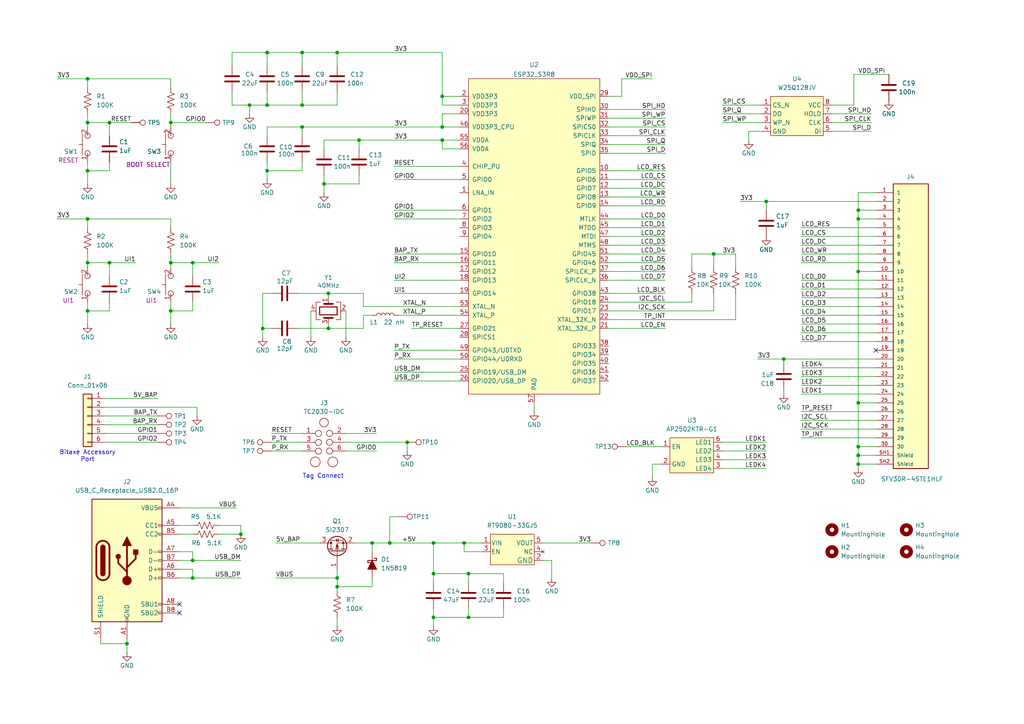
<source format=kicad_sch>
(kicad_sch (version 20231120) (generator "eeschema") (generator_version "8.0")
  (paper "A4")
  (title_block (title "Bitaxe ESP-OLED") (rev "0.1"))
  (junction (at 87.63 30.48))
  (junction (at 25.4 90.17))
  (junction (at 72.39 30.48))
  (junction (at 25.4 63.5))
  (junction (at 31.75 76.2))
  (junction (at 55.88 167.64))
  (junction (at 107.95 157.48))
  (junction (at 77.47 15.24))
  (junction (at 104.14 40.64))
  (junction (at 36.83 186.69))
  (junction (at 125.73 157.48))
  (junction (at 135.89 166.37))
  (junction (at 113.03 157.48))
  (junction (at 55.88 76.2))
  (junction (at 55.88 162.56))
  (junction (at 25.4 35.56))
  (junction (at 125.73 179.07))
  (junction (at 97.79 170.18))
  (junction (at 76.2 95.25))
  (junction (at 248.92 63.5))
  (junction (at 69.85 154.94))
  (junction (at 248.92 78.74))
  (junction (at 248.92 134.62))
  (junction (at 128.27 40.64))
  (junction (at 93.98 53.34))
  (junction (at 77.47 49.53))
  (junction (at 95.25 95.25))
  (junction (at 49.53 90.17))
  (junction (at 125.73 166.37))
  (junction (at 227.33 104.14))
  (junction (at 25.4 76.2))
  (junction (at 49.53 35.56))
  (junction (at 248.92 129.54))
  (junction (at 49.53 76.2))
  (junction (at 222.25 58.42))
  (junction (at 134.62 157.48))
  (junction (at 87.63 15.24))
  (junction (at 95.25 85.09))
  (junction (at 97.79 15.24))
  (junction (at 25.4 49.53))
  (junction (at 248.92 116.84))
  (junction (at 248.92 132.08))
  (junction (at 87.63 36.83))
  (junction (at 77.47 30.48))
  (junction (at 207.01 73.66))
  (junction (at 128.27 36.83))
  (junction (at 135.89 179.07))
  (junction (at 118.11 128.27))
  (junction (at 248.92 60.96))
  (junction (at 25.4 22.86))
  (junction (at 128.27 27.94))
  (junction (at 97.79 167.64))
  (junction (at 31.75 35.56))
  (no_connect (at 52.07 177.8))
  (no_connect (at 52.07 175.26))
  (no_connect (at 254 101.6))
  (wire (pts (xy 248.92 132.08) (xy 254 132.08)))
  (wire (pts (xy 55.88 80.01) (xy 55.88 76.2)))
  (wire (pts (xy 241.3 38.1) (xy 252.73 38.1)))
  (wire (pts (xy 232.41 121.92) (xy 254 121.92)))
  (wire (pts (xy 128.27 43.18) (xy 128.27 40.64)))
  (wire (pts (xy 97.79 15.24) (xy 128.27 15.24)))
  (wire (pts (xy 30.48 123.19) (xy 45.72 123.19)))
  (wire (pts (xy 25.4 46.99) (xy 25.4 49.53)))
  (wire (pts (xy 57.15 118.11) (xy 57.15 120.65)))
  (wire (pts (xy 248.92 134.62) (xy 248.92 135.89)))
  (wire (pts (xy 55.88 167.64) (xy 69.85 167.64)))
  (wire (pts (xy 180.34 22.86) (xy 189.23 22.86)))
  (wire (pts (xy 87.63 15.24) (xy 87.63 19.05)))
  (wire (pts (xy 248.92 78.74) (xy 248.92 116.84)))
  (wire (pts (xy 115.57 91.44) (xy 133.35 91.44)))
  (wire (pts (xy 86.36 85.09) (xy 95.25 85.09)))
  (wire (pts (xy 69.85 152.4) (xy 69.85 154.94)))
  (wire (pts (xy 115.57 149.86) (xy 113.03 149.86)))
  (wire (pts (xy 29.21 186.69) (xy 36.83 186.69)))
  (wire (pts (xy 189.23 134.62) (xy 189.23 138.43)))
  (wire (pts (xy 248.92 60.96) (xy 248.92 63.5)))
  (wire (pts (xy 176.53 71.12) (xy 193.04 71.12)))
  (wire (pts (xy 31.75 46.99) (xy 31.75 49.53)))
  (wire (pts (xy 133.35 40.64) (xy 128.27 40.64)))
  (wire (pts (xy 125.73 157.48) (xy 134.62 157.48)))
  (wire (pts (xy 87.63 36.83) (xy 87.63 39.37)))
  (wire (pts (xy 25.4 49.53) (xy 25.4 53.34)))
  (wire (pts (xy 176.53 90.17) (xy 207.01 90.17)))
  (wire (pts (xy 55.88 90.17) (xy 49.53 90.17)))
  (wire (pts (xy 209.55 33.02) (xy 220.98 33.02)))
  (wire (pts (xy 209.55 30.48) (xy 220.98 30.48)))
  (wire (pts (xy 146.05 179.07) (xy 135.89 179.07)))
  (wire (pts (xy 209.55 130.81) (xy 222.25 130.81)))
  (wire (pts (xy 95.25 93.98) (xy 95.25 95.25)))
  (wire (pts (xy 241.3 33.02) (xy 252.73 33.02)))
  (wire (pts (xy 128.27 15.24) (xy 128.27 27.94)))
  (wire (pts (xy 176.53 27.94) (xy 180.34 27.94)))
  (wire (pts (xy 97.79 179.07) (xy 97.79 181.61)))
  (wire (pts (xy 97.79 15.24) (xy 97.79 19.05)))
  (wire (pts (xy 49.53 35.56) (xy 59.69 35.56)))
  (wire (pts (xy 107.95 157.48) (xy 113.03 157.48)))
  (wire (pts (xy 72.39 30.48) (xy 72.39 33.02)))
  (wire (pts (xy 209.55 128.27) (xy 222.25 128.27)))
  (wire (pts (xy 114.3 76.2) (xy 133.35 76.2)))
  (wire (pts (xy 87.63 49.53) (xy 77.47 49.53)))
  (wire (pts (xy 232.41 83.82) (xy 254 83.82)))
  (wire (pts (xy 114.3 85.09) (xy 133.35 85.09)))
  (wire (pts (xy 52.07 147.32) (xy 68.58 147.32)))
  (wire (pts (xy 176.53 31.75) (xy 193.04 31.75)))
  (wire (pts (xy 107.95 167.64) (xy 107.95 170.18)))
  (wire (pts (xy 207.01 73.66) (xy 213.36 73.66)))
  (wire (pts (xy 248.92 78.74) (xy 254 78.74)))
  (wire (pts (xy 135.89 176.53) (xy 135.89 179.07)))
  (wire (pts (xy 55.88 162.56) (xy 69.85 162.56)))
  (wire (pts (xy 49.53 46.99) (xy 49.53 53.34)))
  (wire (pts (xy 232.41 114.3) (xy 254 114.3)))
  (wire (pts (xy 76.2 85.09) (xy 76.2 95.25)))
  (wire (pts (xy 25.4 63.5) (xy 25.4 66.04)))
  (wire (pts (xy 157.48 157.48) (xy 171.45 157.48)))
  (wire (pts (xy 78.74 85.09) (xy 76.2 85.09)))
  (wire (pts (xy 200.66 77.47) (xy 200.66 73.66)))
  (wire (pts (xy 25.4 35.56) (xy 25.4 36.83)))
  (wire (pts (xy 209.55 135.89) (xy 222.25 135.89)))
  (wire (pts (xy 176.53 73.66) (xy 193.04 73.66)))
  (wire (pts (xy 200.66 73.66) (xy 207.01 73.66)))
  (wire (pts (xy 213.36 92.71) (xy 213.36 85.09)))
  (wire (pts (xy 176.53 39.37) (xy 193.04 39.37)))
  (wire (pts (xy 77.47 49.53) (xy 77.47 46.99)))
  (wire (pts (xy 135.89 166.37) (xy 125.73 166.37)))
  (wire (pts (xy 77.47 15.24) (xy 77.47 19.05)))
  (wire (pts (xy 107.95 170.18) (xy 97.79 170.18)))
  (wire (pts (xy 104.14 53.34) (xy 93.98 53.34)))
  (wire (pts (xy 146.05 176.53) (xy 146.05 179.07)))
  (wire (pts (xy 72.39 30.48) (xy 77.47 30.48)))
  (wire (pts (xy 55.88 167.64) (xy 55.88 165.1)))
  (wire (pts (xy 31.75 87.63) (xy 31.75 90.17)))
  (wire (pts (xy 87.63 26.67) (xy 87.63 30.48)))
  (wire (pts (xy 63.5 152.4) (xy 69.85 152.4)))
  (wire (pts (xy 134.62 160.02) (xy 134.62 157.48)))
  (wire (pts (xy 213.36 73.66) (xy 213.36 77.47)))
  (wire (pts (xy 248.92 129.54) (xy 248.92 132.08)))
  (wire (pts (xy 222.25 58.42) (xy 222.25 60.96)))
  (wire (pts (xy 176.53 54.61) (xy 193.04 54.61)))
  (wire (pts (xy 97.79 170.18) (xy 97.79 171.45)))
  (wire (pts (xy 128.27 33.02) (xy 133.35 33.02)))
  (wire (pts (xy 113.03 149.86) (xy 113.03 157.48)))
  (wire (pts (xy 90.17 90.17) (xy 90.17 97.79)))
  (wire (pts (xy 176.53 81.28) (xy 193.04 81.28)))
  (wire (pts (xy 100.33 125.73) (xy 109.22 125.73)))
  (wire (pts (xy 29.21 185.42) (xy 29.21 186.69)))
  (wire (pts (xy 232.41 88.9) (xy 254 88.9)))
  (wire (pts (xy 78.74 130.81) (xy 87.63 130.81)))
  (wire (pts (xy 241.3 30.48) (xy 247.65 30.48)))
  (wire (pts (xy 31.75 90.17) (xy 25.4 90.17)))
  (wire (pts (xy 31.75 80.01) (xy 31.75 76.2)))
  (wire (pts (xy 16.51 63.5) (xy 25.4 63.5)))
  (wire (pts (xy 232.41 71.12) (xy 254 71.12)))
  (wire (pts (xy 139.7 160.02) (xy 134.62 160.02)))
  (wire (pts (xy 104.14 50.8) (xy 104.14 53.34)))
  (wire (pts (xy 219.71 104.14) (xy 227.33 104.14)))
  (wire (pts (xy 31.75 35.56) (xy 38.1 35.56)))
  (wire (pts (xy 232.41 66.04) (xy 254 66.04)))
  (wire (pts (xy 36.83 185.42) (xy 36.83 186.69)))
  (wire (pts (xy 76.2 95.25) (xy 76.2 97.79)))
  (wire (pts (xy 128.27 27.94) (xy 128.27 30.48)))
  (wire (pts (xy 25.4 33.02) (xy 25.4 35.56)))
  (wire (pts (xy 69.85 154.94) (xy 63.5 154.94)))
  (wire (pts (xy 93.98 40.64) (xy 93.98 43.18)))
  (wire (pts (xy 176.53 57.15) (xy 193.04 57.15)))
  (wire (pts (xy 52.07 160.02) (xy 55.88 160.02)))
  (wire (pts (xy 227.33 104.14) (xy 254 104.14)))
  (wire (pts (xy 128.27 30.48) (xy 133.35 30.48)))
  (wire (pts (xy 55.88 76.2) (xy 63.5 76.2)))
  (wire (pts (xy 114.3 52.07) (xy 133.35 52.07)))
  (wire (pts (xy 133.35 43.18) (xy 128.27 43.18)))
  (wire (pts (xy 114.3 101.6) (xy 133.35 101.6)))
  (wire (pts (xy 52.07 154.94) (xy 55.88 154.94)))
  (wire (pts (xy 30.48 115.57) (xy 45.72 115.57)))
  (wire (pts (xy 104.14 40.64) (xy 104.14 43.18)))
  (wire (pts (xy 119.38 95.25) (xy 133.35 95.25)))
  (wire (pts (xy 134.62 157.48) (xy 139.7 157.48)))
  (wire (pts (xy 154.94 116.84) (xy 154.94 119.38)))
  (wire (pts (xy 114.3 73.66) (xy 133.35 73.66)))
  (wire (pts (xy 232.41 124.46) (xy 254 124.46)))
  (wire (pts (xy 67.31 30.48) (xy 72.39 30.48)))
  (wire (pts (xy 125.73 166.37) (xy 125.73 168.91)))
  (wire (pts (xy 49.53 73.66) (xy 49.53 76.2)))
  (wire (pts (xy 232.41 127) (xy 254 127)))
  (wire (pts (xy 248.92 116.84) (xy 254 116.84)))
  (wire (pts (xy 97.79 165.1) (xy 97.79 167.64)))
  (wire (pts (xy 247.65 30.48) (xy 247.65 21.59)))
  (wire (pts (xy 105.41 91.44) (xy 105.41 95.25)))
  (wire (pts (xy 135.89 166.37) (xy 135.89 168.91)))
  (wire (pts (xy 67.31 26.67) (xy 67.31 30.48)))
  (wire (pts (xy 49.53 35.56) (xy 49.53 36.83)))
  (wire (pts (xy 232.41 93.98) (xy 254 93.98)))
  (wire (pts (xy 114.3 110.49) (xy 133.35 110.49)))
  (wire (pts (xy 176.53 66.04) (xy 193.04 66.04)))
  (wire (pts (xy 176.53 63.5) (xy 193.04 63.5)))
  (wire (pts (xy 49.53 33.02) (xy 49.53 35.56)))
  (wire (pts (xy 95.25 95.25) (xy 105.41 95.25)))
  (wire (pts (xy 232.41 119.38) (xy 254 119.38)))
  (wire (pts (xy 49.53 22.86) (xy 25.4 22.86)))
  (wire (pts (xy 93.98 53.34) (xy 93.98 55.88)))
  (wire (pts (xy 180.34 27.94) (xy 180.34 22.86)))
  (wire (pts (xy 16.51 22.86) (xy 25.4 22.86)))
  (wire (pts (xy 248.92 132.08) (xy 248.92 134.62)))
  (wire (pts (xy 25.4 90.17) (xy 25.4 93.98)))
  (wire (pts (xy 248.92 134.62) (xy 254 134.62)))
  (wire (pts (xy 125.73 157.48) (xy 125.73 166.37)))
  (wire (pts (xy 232.41 81.28) (xy 254 81.28)))
  (wire (pts (xy 104.14 40.64) (xy 93.98 40.64)))
  (wire (pts (xy 232.41 86.36) (xy 254 86.36)))
  (wire (pts (xy 93.98 53.34) (xy 93.98 50.8)))
  (wire (pts (xy 176.53 41.91) (xy 193.04 41.91)))
  (wire (pts (xy 95.25 85.09) (xy 95.25 86.36)))
  (wire (pts (xy 114.3 63.5) (xy 133.35 63.5)))
  (wire (pts (xy 232.41 76.2) (xy 254 76.2)))
  (wire (pts (xy 191.77 134.62) (xy 189.23 134.62)))
  (wire (pts (xy 31.75 76.2) (xy 25.4 76.2)))
  (wire (pts (xy 248.92 129.54) (xy 254 129.54)))
  (wire (pts (xy 114.3 104.14) (xy 133.35 104.14)))
  (wire (pts (xy 31.75 76.2) (xy 39.37 76.2)))
  (wire (pts (xy 55.88 87.63) (xy 55.88 90.17)))
  (wire (pts (xy 176.53 87.63) (xy 200.66 87.63)))
  (wire (pts (xy 114.3 107.95) (xy 133.35 107.95)))
  (wire (pts (xy 160.02 162.56) (xy 160.02 167.64)))
  (wire (pts (xy 135.89 179.07) (xy 125.73 179.07)))
  (wire (pts (xy 209.55 133.35) (xy 222.25 133.35)))
  (wire (pts (xy 49.53 76.2) (xy 55.88 76.2)))
  (wire (pts (xy 128.27 36.83) (xy 133.35 36.83)))
  (wire (pts (xy 97.79 167.64) (xy 97.79 170.18)))
  (wire (pts (xy 25.4 76.2) (xy 25.4 77.47)))
  (wire (pts (xy 176.53 59.69) (xy 193.04 59.69)))
  (wire (pts (xy 232.41 109.22) (xy 254 109.22)))
  (wire (pts (xy 232.41 68.58) (xy 254 68.58)))
  (wire (pts (xy 49.53 25.4) (xy 49.53 22.86)))
  (wire (pts (xy 114.3 48.26) (xy 133.35 48.26)))
  (wire (pts (xy 176.53 95.25) (xy 193.04 95.25)))
  (wire (pts (xy 176.53 49.53) (xy 193.04 49.53)))
  (wire (pts (xy 220.98 38.1) (xy 217.17 38.1)))
  (wire (pts (xy 114.3 81.28) (xy 133.35 81.28)))
  (wire (pts (xy 25.4 73.66) (xy 25.4 76.2)))
  (wire (pts (xy 232.41 99.06) (xy 254 99.06)))
  (wire (pts (xy 31.75 49.53) (xy 25.4 49.53)))
  (wire (pts (xy 176.53 52.07) (xy 193.04 52.07)))
  (wire (pts (xy 77.47 30.48) (xy 87.63 30.48)))
  (wire (pts (xy 77.47 26.67) (xy 77.47 30.48)))
  (wire (pts (xy 30.48 125.73) (xy 45.72 125.73)))
  (wire (pts (xy 248.92 63.5) (xy 254 63.5)))
  (wire (pts (xy 100.33 128.27) (xy 118.11 128.27)))
  (wire (pts (xy 176.53 34.29) (xy 193.04 34.29)))
  (wire (pts (xy 30.48 120.65) (xy 45.72 120.65)))
  (wire (pts (xy 232.41 73.66) (xy 254 73.66)))
  (wire (pts (xy 157.48 162.56) (xy 160.02 162.56)))
  (wire (pts (xy 227.33 104.14) (xy 227.33 105.41)))
  (wire (pts (xy 49.53 66.04) (xy 49.53 63.5)))
  (wire (pts (xy 52.07 152.4) (xy 55.88 152.4)))
  (wire (pts (xy 248.92 116.84) (xy 248.92 129.54)))
  (wire (pts (xy 49.53 90.17) (xy 49.53 93.98)))
  (wire (pts (xy 107.95 157.48) (xy 107.95 160.02)))
  (wire (pts (xy 100.33 130.81) (xy 109.22 130.81)))
  (wire (pts (xy 125.73 176.53) (xy 125.73 179.07)))
  (wire (pts (xy 80.01 167.64) (xy 97.79 167.64)))
  (wire (pts (xy 31.75 39.37) (xy 31.75 35.56)))
  (wire (pts (xy 97.79 26.67) (xy 97.79 30.48)))
  (wire (pts (xy 87.63 46.99) (xy 87.63 49.53)))
  (wire (pts (xy 176.53 44.45) (xy 193.04 44.45)))
  (wire (pts (xy 222.25 58.42) (xy 254 58.42)))
  (wire (pts (xy 247.65 21.59) (xy 257.81 21.59)))
  (wire (pts (xy 176.53 36.83) (xy 193.04 36.83)))
  (wire (pts (xy 125.73 179.07) (xy 125.73 181.61)))
  (wire (pts (xy 118.11 128.27) (xy 118.11 130.81)))
  (wire (pts (xy 86.36 95.25) (xy 95.25 95.25)))
  (wire (pts (xy 232.41 106.68) (xy 254 106.68)))
  (wire (pts (xy 232.41 111.76) (xy 254 111.76)))
  (wire (pts (xy 176.53 76.2) (xy 193.04 76.2)))
  (wire (pts (xy 67.31 15.24) (xy 77.47 15.24)))
  (wire (pts (xy 100.33 90.17) (xy 100.33 97.79)))
  (wire (pts (xy 176.53 92.71) (xy 213.36 92.71)))
  (wire (pts (xy 207.01 73.66) (xy 207.01 77.47)))
  (wire (pts (xy 128.27 27.94) (xy 133.35 27.94)))
  (wire (pts (xy 52.07 165.1) (xy 55.88 165.1)))
  (wire (pts (xy 248.92 60.96) (xy 254 60.96)))
  (wire (pts (xy 113.03 157.48) (xy 125.73 157.48)))
  (wire (pts (xy 52.07 162.56) (xy 55.88 162.56)))
  (wire (pts (xy 105.41 88.9) (xy 105.41 85.09)))
  (wire (pts (xy 128.27 36.83) (xy 87.63 36.83)))
  (wire (pts (xy 78.74 128.27) (xy 87.63 128.27)))
  (wire (pts (xy 31.75 35.56) (xy 25.4 35.56)))
  (wire (pts (xy 146.05 166.37) (xy 135.89 166.37)))
  (wire (pts (xy 232.41 96.52) (xy 254 96.52)))
  (wire (pts (xy 176.53 78.74) (xy 193.04 78.74)))
  (wire (pts (xy 52.07 167.64) (xy 55.88 167.64)))
  (wire (pts (xy 25.4 22.86) (xy 25.4 25.4)))
  (wire (pts (xy 176.53 85.09) (xy 193.04 85.09)))
  (wire (pts (xy 77.47 36.83) (xy 77.47 39.37)))
  (wire (pts (xy 146.05 168.91) (xy 146.05 166.37)))
  (wire (pts (xy 49.53 63.5) (xy 25.4 63.5)))
  (wire (pts (xy 49.53 87.63) (xy 49.53 90.17)))
  (wire (pts (xy 104.14 40.64) (xy 128.27 40.64)))
  (wire (pts (xy 87.63 30.48) (xy 97.79 30.48)))
  (wire (pts (xy 207.01 90.17) (xy 207.01 85.09)))
  (wire (pts (xy 200.66 87.63) (xy 200.66 85.09)))
  (wire (pts (xy 80.01 157.48) (xy 92.71 157.48)))
  (wire (pts (xy 114.3 60.96) (xy 133.35 60.96)))
  (wire (pts (xy 77.47 49.53) (xy 77.47 52.07)))
  (wire (pts (xy 30.48 128.27) (xy 45.72 128.27)))
  (wire (pts (xy 128.27 33.02) (xy 128.27 36.83)))
  (wire (pts (xy 77.47 15.24) (xy 87.63 15.24)))
  (wire (pts (xy 232.41 91.44) (xy 254 91.44)))
  (wire (pts (xy 67.31 19.05) (xy 67.31 15.24)))
  (wire (pts (xy 102.87 157.48) (xy 107.95 157.48)))
  (wire (pts (xy 217.17 38.1) (xy 217.17 40.64)))
  (wire (pts (xy 55.88 162.56) (xy 55.88 160.02)))
  (wire (pts (xy 248.92 63.5) (xy 248.92 78.74)))
  (wire (pts (xy 176.53 68.58) (xy 193.04 68.58)))
  (wire (pts (xy 105.41 91.44) (xy 107.95 91.44)))
  (wire (pts (xy 181.61 129.54) (xy 191.77 129.54)))
  (wire (pts (xy 30.48 118.11) (xy 57.15 118.11)))
  (wire (pts (xy 254 55.88) (xy 248.92 55.88)))
  (wire (pts (xy 241.3 35.56) (xy 252.73 35.56)))
  (wire (pts (xy 227.33 113.03) (xy 227.33 114.3)))
  (wire (pts (xy 87.63 15.24) (xy 97.79 15.24)))
  (wire (pts (xy 76.2 95.25) (xy 78.74 95.25)))
  (wire (pts (xy 95.25 85.09) (xy 105.41 85.09)))
  (wire (pts (xy 209.55 35.56) (xy 220.98 35.56)))
  (wire (pts (xy 78.74 125.73) (xy 87.63 125.73)))
  (wire (pts (xy 87.63 36.83) (xy 77.47 36.83)))
  (wire (pts (xy 214.63 58.42) (xy 222.25 58.42)))
  (wire (pts (xy 49.53 76.2) (xy 49.53 77.47)))
  (wire (pts (xy 105.41 88.9) (xy 133.35 88.9)))
  (wire (pts (xy 36.83 186.69) (xy 36.83 189.23)))
  (wire (pts (xy 248.92 55.88) (xy 248.92 60.96)))
  (wire (pts (xy 25.4 87.63) (xy 25.4 90.17)))
  (text "Tag Connect" (at 93.726 138.176 0) (effects (font (size 1.27 1.27))))
  (text "Bitaxe Accessory\nPort" (at 25.4 132.334 0) (effects (font (size 1.27 1.27))))
  (label "RESET" (at 114.3 48.26 0))
  (label "LCD_D6" (at 232.41 96.52 0))
  (label "LEDK1" (at 232.41 114.3 0))
  (label "LEDK1" (at 222.25 128.27 180))
  (label "LCD_RD" (at 232.41 76.2 0))
  (label "USB_DM" (at 69.85 162.56 180))
  (label "SPI_HD" (at 193.04 31.75 180))
  (label "LCD_D4" (at 193.04 73.66 180))
  (label "LCD_CS" (at 193.04 52.07 180))
  (label "5V_BAP" (at 80.01 157.48 0))
  (label "GPIO1" (at 45.72 125.73 180))
  (label "LCD_D0" (at 232.41 81.28 0))
  (label "LCD_D1" (at 232.41 83.82 0))
  (label "BAP_TX" (at 45.72 120.65 180))
  (label "SPI_HD" (at 252.73 33.02 180))
  (label "UI1" (at 114.3 85.09 0))
  (label "GPIO2" (at 114.3 63.5 0))
  (label "GPIO1" (at 114.3 60.96 0))
  (label "USB_DP" (at 114.3 110.49 0))
  (label "LCD_RES" (at 232.41 66.04 0))
  (label "LEDK3" (at 222.25 133.35 180))
  (label "3V3" (at 16.51 63.5 0))
  (label "LCD_BLK" (at 193.04 85.09 180))
  (label "LCD_D6" (at 193.04 78.74 180))
  (label "5V_BAP" (at 45.72 115.57 180))
  (label "LCD_D5" (at 193.04 76.2 180))
  (label "XTAL_P" (at 116.84 91.44 0))
  (label "USB_DM" (at 114.3 107.95 0))
  (label "GPIO0" (at 59.69 35.56 180))
  (label "LCD_RD" (at 193.04 59.69 180))
  (label "LEDK2" (at 232.41 111.76 0))
  (label "GPIO0" (at 114.3 52.07 0))
  (label "LCD_D7" (at 193.04 81.28 180))
  (label "LCD_D5" (at 232.41 93.98 0))
  (label "LCD_RES" (at 193.04 49.53 180))
  (label "VDD_SPI" (at 189.23 22.86 180))
  (label "3V3" (at 118.11 40.64 180))
  (label "TP_INT" (at 232.41 127 0))
  (label "UI1" (at 39.37 76.2 180))
  (label "BAP_RX" (at 114.3 76.2 0))
  (label "LCD_D2" (at 193.04 68.58 180))
  (label "3V3" (at 109.22 125.73 180))
  (label "UI2" (at 63.5 76.2 180))
  (label "LEDK3" (at 232.41 109.22 0))
  (label "I2C_SCL" (at 193.04 87.63 180))
  (label "I2C_SCK" (at 232.41 124.46 0))
  (label "P_TX" (at 78.74 128.27 0))
  (label "3V3" (at 171.45 157.48 180))
  (label "VBUS" (at 80.01 167.64 0))
  (label "SPI_Q" (at 209.55 33.02 0))
  (label "LCD_WR" (at 193.04 57.15 180))
  (label "USB_DP" (at 69.85 167.64 180))
  (label "LCD_D3" (at 232.41 88.9 0))
  (label "LEDK4" (at 222.25 135.89 180))
  (label "GPIO0" (at 109.22 130.81 180))
  (label "VBUS" (at 68.58 147.32 180))
  (label "BAP_RX" (at 45.72 123.19 180))
  (label "SPI_CS" (at 209.55 30.48 0))
  (label "3V3" (at 118.11 36.83 180))
  (label "SPI_WP" (at 193.04 34.29 180))
  (label "SPI_D" (at 193.04 44.45 180))
  (label "SPI_CLK" (at 252.73 35.56 180))
  (label "3V3" (at 214.63 58.42 0))
  (label "LEDK2" (at 222.25 130.81 180))
  (label "XTAL_N" (at 116.84 88.9 0))
  (label "LCD_CS" (at 232.41 68.58 0))
  (label "I2C_SCK" (at 193.04 90.17 180))
  (label "SPI_CLK" (at 193.04 39.37 180))
  (label "3V3" (at 209.55 73.66 0))
  (label "I2C_SCL" (at 232.41 121.92 0))
  (label "LCD_WR" (at 232.41 73.66 0))
  (label "P_TX" (at 114.3 101.6 0))
  (label "TP_RESET" (at 119.38 95.25 0))
  (label "UI2" (at 114.3 81.28 0))
  (label "3V3" (at 219.71 104.14 0))
  (label "SPI_D" (at 252.73 38.1 180))
  (label "LCD_DC" (at 232.41 71.12 0))
  (label "3V3" (at 118.11 15.24 180))
  (label "VDD_SPI" (at 248.92 21.59 0))
  (label "LCD_EN" (at 193.04 95.25 180))
  (label "LCD_D4" (at 232.41 91.44 0))
  (label "BAP_TX" (at 114.3 73.66 0))
  (label "SPI_CS" (at 193.04 36.83 180))
  (label "RESET" (at 78.74 125.73 0))
  (label "LEDK4" (at 232.41 106.68 0))
  (label "RESET" (at 38.1 35.56 180))
  (label "LCD_D2" (at 232.41 86.36 0))
  (label "TP_RESET" (at 232.41 119.38 0))
  (label "+5V" (at 120.65 157.48 180))
  (label "3V3" (at 16.51 22.86 0))
  (label "GPIO2" (at 45.72 128.27 180))
  (label "LCD_D7" (at 232.41 99.06 0))
  (label "P_RX" (at 114.3 104.14 0))
  (label "LCD_DC" (at 193.04 54.61 180))
  (label "SPI_Q" (at 193.04 41.91 180))
  (label "TP_INT" (at 193.04 92.71 180))
  (label "SPI_WP" (at 209.55 35.56 0))
  (label "LCD_D1" (at 193.04 66.04 180))
  (label "LCD_D0" (at 193.04 63.5 180))
  (label "P_RX" (at 78.74 130.81 0))
  (label "LCD_BLK" (at 181.61 129.54 0))
  (label "LCD_D3" (at 193.04 71.12 180))
  (symbol (lib_id "Device:C") (at 31.75 83.82 0) (unit 1)
    (property "Reference" "C2" (at 34.544 81.788 0) (effects (justify left)))
    (property "Value" "1uF" (at 34.544 84.328 0) (effects (justify left)))
    (property "Footprint" "Capacitor_SMD:C_0402_1005Metric" (effects (hide yes)))
    (property "Description" "Unpolarized capacitor" (effects (hide yes)))
    (property "PARTNO" "EMK105BJ105MV-F" (effects (hide yes)))
    (property "DK" "587-5514-1-ND" (effects (hide yes)))
  )
  (symbol (lib_id "Connector_Generic:Conn_01x06") (at 25.4 120.65 0) (mirror y) (unit 1)
    (property "Reference" "J1" (at 25.4 109.22 0))
    (property "Value" "Conn_01x06" (at 25.4 111.76 0))
    (property "Footprint" "Connector_PinHeader_2.54mm:PinHeader_1x06_P2.54mm_Vertical" (effects (hide yes)))
    (property "Description" "Generic connector, single row, 01x06, script generated (kicad-library-utils/schlib/autogen/connector/)" (effects (hide yes)))
  )
  (symbol (lib_id "power:GND") (at 189.23 138.43 0) (unit 1)
    (property "Reference" "#PWR019" (effects (hide yes)))
    (property "Value" "GND" (at 189.23 142.24 0))
    (property "Description" "Power symbol creates a global label with name \"GND\" , ground" (effects (hide yes)))
  )
  (symbol (lib_id "bitaxe:AP2502KTR-G1") (at 200.66 132.08 0) (unit 1)
    (property "Reference" "U3" (at 200.66 121.92 0))
    (property "Value" "AP2502KTR-G1" (at 200.66 124.46 0))
    (property "Footprint" "Package_TO_SOT_SMD:SOT-23-6" (effects (hide yes)))
    (property "Datasheet" "https://www.diodes.com/assets/Datasheets/AP2502.pdf" (effects (hide yes)))
    (property "Description" "Current matching LED driver" (effects (hide yes)))
    (property "DK" "AP2502KTR-G1DICT-ND" (effects (hide yes)))
    (property "PARTNO" "AP2502KTR-G1" (effects (hide yes)))
  )
  (symbol (lib_id "power:GND") (at 100.33 97.79 0) (unit 1)
    (property "Reference" "#PWR014" (effects (hide yes)))
    (property "Value" "GND" (at 100.33 101.6 0))
    (property "Description" "Power symbol creates a global label with name \"GND\" , ground" (effects (hide yes)))
  )
  (symbol (lib_id "Device:C") (at 87.63 43.18 180) (unit 1)
    (property "Reference" "C10" (at 84.836 42.672 0) (effects (justify left)))
    (property "Value" "100n" (at 85.598 44.704 0) (effects (justify left)))
    (property "Footprint" "Capacitor_SMD:C_0402_1005Metric" (effects (hide yes)))
    (property "Datasheet" "https://datasheets.kyocera-avx.com/KGM_X7R.pdf" (effects (hide yes)))
    (property "Description" "Unpolarized capacitor" (effects (hide yes)))
    (property "PARTNO" "KGM05AR71C104KH" (effects (hide yes)))
    (property "DK" "478-KGM05AR71C104KHCT-ND" (effects (hide yes)))
  )
  (symbol (lib_id "Connector:TestPoint") (at 45.72 125.73 270) (unit 1)
    (property "Reference" "TP3" (at 52.324 125.73 90))
    (property "Value" "TestPoint" (effects (hide yes)))
    (property "Footprint" "TestPoint:TestPoint_Pad_D1.0mm" (effects (hide yes)))
    (property "Description" "test point" (effects (hide yes)))
  )
  (symbol (lib_id "power:GND") (at 49.53 93.98 0) (unit 1)
    (property "Reference" "#PWR05" (effects (hide yes)))
    (property "Value" "GND" (at 49.53 97.79 0))
    (property "Description" "Power symbol creates a global label with name \"GND\" , ground" (effects (hide yes)))
  )
  (symbol (lib_id "Mechanical:MountingHole") (at 241.3 160.02 0) (unit 1)
    (property "Reference" "H2" (at 243.84 158.7499 0) (effects (justify left)))
    (property "Value" "MountingHole" (at 243.84 161.2899 0) (effects (justify left)))
    (property "Footprint" "MountingHole:MountingHole_3mm_Pad_Via" (effects (hide yes)))
    (property "Description" "Mounting Hole without connection" (effects (hide yes)))
  )
  (symbol (lib_id "Device:R_US") (at 207.01 81.28 0) (unit 1)
    (property "Reference" "R9" (at 208.534 80.01 0) (effects (justify left)))
    (property "Value" "10K" (at 208.28 82.55 0) (effects (justify left)))
    (property "Footprint" "Resistor_SMD:R_0402_1005Metric" (effects (hide yes)))
    (property "Description" "Resistor, US symbol" (effects (hide yes)))
  )
  (symbol (lib_id "power:GND") (at 77.47 52.07 0) (unit 1)
    (property "Reference" "#PWR010" (effects (hide yes)))
    (property "Value" "GND" (at 77.47 55.88 0))
    (property "Description" "Power symbol creates a global label with name \"GND\" , ground" (effects (hide yes)))
  )
  (symbol (lib_id "power:GND") (at 217.17 40.64 0) (unit 1)
    (property "Reference" "#PWR020" (effects (hide yes)))
    (property "Value" "GND" (at 217.17 44.45 0))
    (property "Description" "Power symbol creates a global label with name \"GND\" , ground" (effects (hide yes)))
  )
  (symbol (lib_id "Mechanical:MountingHole") (at 262.89 153.67 0) (unit 1)
    (property "Reference" "H3" (at 265.43 152.3999 0) (effects (justify left)))
    (property "Value" "MountingHole" (at 265.43 154.9399 0) (effects (justify left)))
    (property "Footprint" "MountingHole:MountingHole_3mm_Pad_Via" (effects (hide yes)))
    (property "Description" "Mounting Hole without connection" (effects (hide yes)))
  )
  (symbol (lib_id "Device:R_US") (at 25.4 69.85 0) (unit 1)
    (property "Reference" "R2" (at 27.94 68.5799 0) (effects (justify left)))
    (property "Value" "100K" (at 27.94 71.1199 0) (effects (justify left)))
    (property "Footprint" "Resistor_SMD:R_0402_1005Metric" (effects (hide yes)))
    (property "Datasheet" "https://www.yageo.com/upload/media/product/products/datasheet/rchip/PYu-RC_Group_51_RoHS_L_12.pdf" (effects (hide yes)))
    (property "Description" "Resistor, US symbol" (effects (hide yes)))
    (property "PARTNO" "RC0402FR-07100KL" (effects (hide yes)))
    (property "DK" "311-100KLRCT-ND" (effects (hide yes)))
  )
  (symbol (lib_id "Device:C") (at 104.14 46.99 0) (unit 1)
    (property "Reference" "C13" (at 106.934 44.958 0) (effects (justify left)))
    (property "Value" "1uF" (at 106.934 47.498 0) (effects (justify left)))
    (property "Footprint" "Capacitor_SMD:C_0402_1005Metric" (effects (hide yes)))
    (property "Description" "Unpolarized capacitor" (effects (hide yes)))
    (property "PARTNO" "GRM188R60J105KA01D" (effects (hide yes)))
    (property "DK" "490-1550-1-ND" (effects (hide yes)))
  )
  (symbol (lib_id "Connector:TestPoint") (at 59.69 35.56 270) (unit 1)
    (property "Reference" "TP9" (at 66.294 35.56 90))
    (property "Value" "TestPoint" (effects (hide yes)))
    (property "Footprint" "TestPoint:TestPoint_Pad_D1.0mm" (effects (hide yes)))
    (property "Description" "test point" (effects (hide yes)))
  )
  (symbol (lib_id "Device:C") (at 67.31 22.86 0) (unit 1)
    (property "Reference" "C4" (at 71.12 21.5899 0) (effects (justify left)))
    (property "Value" "22uF" (at 70.104 24.13 0) (effects (justify left)))
    (property "Footprint" "Capacitor_SMD:C_0805_2012Metric" (effects (hide yes)))
    (property "Datasheet" "https://search.murata.co.jp/Ceramy/image/img/A01X/G101/ENG/GRM21BC81C226ME44-01.pdf" (effects (hide yes)))
    (property "Description" "Unpolarized capacitor" (effects (hide yes)))
    (property "PARTNO" "GRM21BC81C226ME44L" (effects (hide yes)))
    (property "DK" "490-9956-1-ND" (effects (hide yes)))
  )
  (symbol (lib_id "Device:C") (at 135.89 172.72 0) (unit 1)
    (property "Reference" "C15" (at 139.7 171.4499 0) (effects (justify left)))
    (property "Value" "22uF" (at 138.684 173.99 0) (effects (justify left)))
    (property "Footprint" "Capacitor_SMD:C_0805_2012Metric" (effects (hide yes)))
    (property "Datasheet" "https://search.murata.co.jp/Ceramy/image/img/A01X/G101/ENG/GRM21BC81C226ME44-01.pdf" (effects (hide yes)))
    (property "Description" "Unpolarized capacitor" (effects (hide yes)))
    (property "PARTNO" "GRM21BC81C226ME44L" (effects (hide yes)))
    (property "DK" "490-9956-1-ND" (effects (hide yes)))
  )
  (symbol (lib_id "bitaxe:SFV30R-4STE1HLF") (at 264.16 93.98 0) (unit 1)
    (property "Reference" "J4" (at 262.89 51.308 0) (effects (justify left)))
    (property "Value" "SFV30R-4STE1HLF" (at 255.524 138.938 0) (effects (justify left)))
    (property "Footprint" "bitaxe:AMPHENOL_SFV30R-4STE1HLF" (effects (hide yes)))
    (property "PARTREV" "B" (effects (hide yes)))
    (property "STANDARD" "Manufacturer recommendations" (effects (hide yes)))
    (property "MAXIMUM_PACKAGE_HEIGHT" "2.00 mm" (effects (hide yes)))
    (property "MANUFACTURER" "Amphenol" (effects (hide yes)))
  )
  (symbol (lib_id "Device:R_US") (at 25.4 29.21 0) (unit 1)
    (property "Reference" "R1" (at 27.94 27.9399 0) (effects (justify left)))
    (property "Value" "100K" (at 27.94 30.4799 0) (effects (justify left)))
    (property "Footprint" "Resistor_SMD:R_0402_1005Metric" (effects (hide yes)))
    (property "Datasheet" "https://www.yageo.com/upload/media/product/products/datasheet/rchip/PYu-RC_Group_51_RoHS_L_12.pdf" (effects (hide yes)))
    (property "Description" "Resistor, US symbol" (effects (hide yes)))
    (property "PARTNO" "RC0402FR-07100KL" (effects (hide yes)))
    (property "DK" "311-100KLRCT-ND" (effects (hide yes)))
  )
  (symbol (lib_id "Device:R_US") (at 200.66 81.28 0) (unit 1)
    (property "Reference" "R8" (at 202.184 80.01 0) (effects (justify left)))
    (property "Value" "10K" (at 201.93 82.55 0) (effects (justify left)))
    (property "Footprint" "Resistor_SMD:R_0402_1005Metric" (effects (hide yes)))
    (property "Description" "Resistor, US symbol" (effects (hide yes)))
  )
  (symbol (lib_id "Mechanical:MountingHole") (at 262.89 160.02 0) (unit 1)
    (property "Reference" "H4" (at 265.43 158.7499 0) (effects (justify left)))
    (property "Value" "MountingHole" (at 265.43 161.2899 0) (effects (justify left)))
    (property "Footprint" "MountingHole:MountingHole_3mm_Pad_Via" (effects (hide yes)))
    (property "Description" "Mounting Hole without connection" (effects (hide yes)))
  )
  (symbol (lib_id "power:GND") (at 76.2 97.79 0) (unit 1)
    (property "Reference" "#PWR09" (effects (hide yes)))
    (property "Value" "GND" (at 76.2 101.6 0))
    (property "Description" "Power symbol creates a global label with name \"GND\" , ground" (effects (hide yes)))
  )
  (symbol (lib_id "power:GND") (at 72.39 33.02 0) (unit 1)
    (property "Reference" "#PWR08" (effects (hide yes)))
    (property "Value" "GND" (at 72.39 36.83 0))
    (property "Description" "Power symbol creates a global label with name \"GND\" , ground" (effects (hide yes)))
  )
  (symbol (lib_id "Connector:TestPoint") (at 38.1 35.56 270) (unit 1)
    (property "Reference" "TP5" (at 44.704 35.56 90))
    (property "Value" "TestPoint" (effects (hide yes)))
    (property "Footprint" "TestPoint:TestPoint_Pad_D1.0mm" (effects (hide yes)))
    (property "Description" "test point" (effects (hide yes)))
  )
  (symbol (lib_id "Device:C") (at 55.88 83.82 0) (unit 1)
    (property "Reference" "C3" (at 58.674 81.788 0) (effects (justify left)))
    (property "Value" "1uF" (at 58.674 84.328 0) (effects (justify left)))
    (property "Footprint" "Capacitor_SMD:C_0402_1005Metric" (effects (hide yes)))
    (property "Description" "Unpolarized capacitor" (effects (hide yes)))
    (property "PARTNO" "EMK105BJ105MV-F" (effects (hide yes)))
    (property "DK" "587-5514-1-ND" (effects (hide yes)))
  )
  (symbol (lib_id "Device:R_US") (at 59.69 152.4 90) (unit 1)
    (property "Reference" "R5" (at 56.642 149.86 90))
    (property "Value" "5.1K" (at 61.976 149.86 90))
    (property "Footprint" "Resistor_SMD:R_0402_1005Metric" (effects (hide yes)))
    (property "Datasheet" "https://www.yageo.com/upload/media/product/products/datasheet/rchip/PYu-RC_Group_51_RoHS_L_12.pdf" (effects (hide yes)))
    (property "Description" "Resistor, US symbol" (effects (hide yes)))
    (property "PARTNO" "RC0402FR-135K1L" (effects (hide yes)))
    (property "DK" "13-RC0402FR-135K1LCT-ND" (effects (hide yes)))
  )
  (symbol (lib_id "bitaxe:TC2030-IDC-NL") (at 93.98 128.27 0) (unit 1)
    (property "Reference" "J3" (at 93.98 116.84 0))
    (property "Value" "TC2030-IDC" (at 93.98 119.38 0))
    (property "Footprint" "Connector:Tag-Connect_TC2030-IDC-NL_2x03_P1.27mm_Vertical" (effects (hide yes)))
  )
  (symbol (lib_id "Device:R_US") (at 213.36 81.28 0) (unit 1)
    (property "Reference" "R10" (at 215.9 80.0099 0) (effects (justify left)))
    (property "Value" "100K" (at 215.9 82.5499 0) (effects (justify left)))
    (property "Footprint" "Resistor_SMD:R_0402_1005Metric" (effects (hide yes)))
    (property "Datasheet" "https://www.yageo.com/upload/media/product/products/datasheet/rchip/PYu-RC_Group_51_RoHS_L_12.pdf" (effects (hide yes)))
    (property "Description" "Resistor, US symbol" (effects (hide yes)))
    (property "PARTNO" "RC0402FR-07100KL" (effects (hide yes)))
    (property "DK" "311-100KLRCT-ND" (effects (hide yes)))
  )
  (symbol (lib_id "power:GND") (at 69.85 154.94 0) (unit 1)
    (property "Reference" "#PWR07" (effects (hide yes)))
    (property "Value" "GND" (at 69.85 158.75 0))
    (property "Description" "Power symbol creates a global label with name \"GND\" , ground" (effects (hide yes)))
  )
  (symbol (lib_id "power:GND") (at 118.11 130.81 0) (unit 1)
    (property "Reference" "#PWR015" (effects (hide yes)))
    (property "Value" "GND" (at 118.11 134.62 0))
    (property "Description" "Power symbol creates a global label with name \"GND\" , ground" (effects (hide yes)))
  )
  (symbol (lib_id "Device:R_US") (at 97.79 175.26 0) (unit 1)
    (property "Reference" "R7" (at 100.33 173.9899 0) (effects (justify left)))
    (property "Value" "100K" (at 100.33 176.5299 0) (effects (justify left)))
    (property "Footprint" "Resistor_SMD:R_0402_1005Metric" (effects (hide yes)))
    (property "Datasheet" "https://www.yageo.com/upload/media/product/products/datasheet/rchip/PYu-RC_Group_51_RoHS_L_12.pdf" (effects (hide yes)))
    (property "Description" "Resistor, US symbol" (effects (hide yes)))
    (property "PARTNO" "RC0402FR-07100KL" (effects (hide yes)))
    (property "DK" "311-100KLRCT-ND" (effects (hide yes)))
  )
  (symbol (lib_id "bitaxe:W25Q128JV") (at 231.14 33.02 0) (unit 1)
    (property "Reference" "U4" (at 231.14 22.86 0))
    (property "Value" "W25Q128JV" (at 231.14 25.4 0))
    (property "Footprint" "Package_SON:WSON-8-1EP_6x5mm_P1.27mm_EP3.4x4.3mm" (effects (hide yes)))
    (property "Datasheet" "https://www.winbond.com/resource-files/w25q128jv%20revf%2003272018%20plus.pdf" (effects (hide yes)))
    (property "Description" "SPI Flash" (effects (hide yes)))
    (property "PARTNO" "W25Q128JVPIQ" (effects (hide yes)))
    (property "DK" "W25Q128JVPIQ-ND" (effects (hide yes)))
  )
  (symbol (lib_id "power:GND") (at 248.92 135.89 0) (unit 1)
    (property "Reference" "#PWR023" (effects (hide yes)))
    (property "Value" "GND" (at 248.92 139.7 0))
    (property "Description" "Power symbol creates a global label with name \"GND\" , ground" (effects (hide yes)))
  )
  (symbol (lib_id "Connector:TestPoint") (at 115.57 149.86 270) (unit 1)
    (property "Reference" "TP11" (at 122.174 149.86 90))
    (property "Value" "TestPoint" (effects (hide yes)))
    (property "Footprint" "TestPoint:TestPoint_Pad_D1.0mm" (effects (hide yes)))
    (property "Description" "test point" (effects (hide yes)))
  )
  (symbol (lib_id "Device:C") (at 93.98 46.99 0) (unit 1)
    (property "Reference" "C11" (at 97.79 45.7199 0) (effects (justify left)))
    (property "Value" "100n" (at 96.774 48.26 0) (effects (justify left)))
    (property "Footprint" "Capacitor_SMD:C_0402_1005Metric" (effects (hide yes)))
    (property "Datasheet" "https://datasheets.kyocera-avx.com/KGM_X7R.pdf" (effects (hide yes)))
    (property "Description" "Unpolarized capacitor" (effects (hide yes)))
    (property "PARTNO" "KGM05AR71C104KH" (effects (hide yes)))
    (property "DK" "478-KGM05AR71C104KHCT-ND" (effects (hide yes)))
  )
  (symbol (lib_id "Mechanical:MountingHole") (at 241.3 153.67 0) (unit 1)
    (property "Reference" "H1" (at 243.84 152.3999 0) (effects (justify left)))
    (property "Value" "MountingHole" (at 243.84 154.9399 0) (effects (justify left)))
    (property "Footprint" "MountingHole:MountingHole_3mm_Pad_Via" (effects (hide yes)))
    (property "Description" "Mounting Hole without connection" (effects (hide yes)))
  )
  (symbol (lib_id "bitaxe:RT9080-33GJ5") (at 148.59 158.75 0) (unit 1)
    (property "Reference" "U1" (at 148.59 149.86 0))
    (property "Value" "RT9080-33GJ5" (at 148.59 152.4 0))
    (property "Footprint" "Package_TO_SOT_SMD:TSOT-23-5" (effects (hide yes)))
  )
  (symbol (lib_id "power:GND") (at 222.25 68.58 0) (unit 1)
    (property "Reference" "#PWR021" (effects (hide yes)))
    (property "Value" "GND" (at 222.25 72.39 0))
    (property "Description" "Power symbol creates a global label with name \"GND\" , ground" (effects (hide yes)))
  )
  (symbol (lib_id "power:GND") (at 57.15 120.65 0) (unit 1)
    (property "Reference" "#PWR06" (effects (hide yes)))
    (property "Value" "GND" (at 57.15 124.46 0))
    (property "Description" "Power symbol creates a global label with name \"GND\" , ground" (effects (hide yes)))
  )
  (symbol (lib_id "Device:R_US") (at 59.69 154.94 90) (unit 1)
    (property "Reference" "R6" (at 56.896 157.48 90))
    (property "Value" "5.1K" (at 62.23 157.48 90))
    (property "Footprint" "Resistor_SMD:R_0402_1005Metric" (effects (hide yes)))
    (property "Datasheet" "https://www.yageo.com/upload/media/product/products/datasheet/rchip/PYu-RC_Group_51_RoHS_L_12.pdf" (effects (hide yes)))
    (property "Description" "Resistor, US symbol" (effects (hide yes)))
    (property "PARTNO" "RC0402FR-135K1L" (effects (hide yes)))
    (property "DK" "13-RC0402FR-135K1LCT-ND" (effects (hide yes)))
  )
  (symbol (lib_id "Device:R_US") (at 49.53 29.21 0) (unit 1)
    (property "Reference" "R3" (at 52.07 27.9399 0) (effects (justify left)))
    (property "Value" "100K" (at 52.07 30.4799 0) (effects (justify left)))
    (property "Footprint" "Resistor_SMD:R_0402_1005Metric" (effects (hide yes)))
    (property "Datasheet" "https://www.yageo.com/upload/media/product/products/datasheet/rchip/PYu-RC_Group_51_RoHS_L_12.pdf" (effects (hide yes)))
    (property "Description" "Resistor, US symbol" (effects (hide yes)))
    (property "PARTNO" "RC0402FR-07100KL" (effects (hide yes)))
    (property "DK" "311-100KLRCT-ND" (effects (hide yes)))
  )
  (symbol (lib_id "power:GND") (at 25.4 93.98 0) (unit 1)
    (property "Reference" "#PWR02" (effects (hide yes)))
    (property "Value" "GND" (at 25.4 97.79 0))
    (property "Description" "Power symbol creates a global label with name \"GND\" , ground" (effects (hide yes)))
  )
  (symbol (lib_id "Connector:TestPoint") (at 171.45 157.48 270) (unit 1)
    (property "Reference" "TP8" (at 178.054 157.48 90))
    (property "Value" "TestPoint" (effects (hide yes)))
    (property "Footprint" "TestPoint:TestPoint_Pad_D1.0mm" (effects (hide yes)))
    (property "Description" "test point" (effects (hide yes)))
  )
  (symbol (lib_id "Device:C") (at 125.73 172.72 0) (unit 1)
    (property "Reference" "C14" (at 129.54 171.4499 0) (effects (justify left)))
    (property "Value" "47uF" (at 128.524 173.99 0) (effects (justify left)))
    (property "Footprint" "Capacitor_SMD:C_1206_3216Metric" (effects (hide yes)))
    (property "Description" "Unpolarized capacitor" (effects (hide yes)))
    (property "PARTNO" "MSASE31LBB5476MTNA01" (effects (hide yes)))
    (property "DK" "587-MSASE31LBB5476MTNA01CT-ND" (effects (hide yes)))
  )
  (symbol (lib_id "Connector:TestPoint") (at 45.72 120.65 270) (unit 1)
    (property "Reference" "TP1" (at 52.324 120.65 90))
    (property "Value" "TestPoint" (effects (hide yes)))
    (property "Footprint" "TestPoint:TestPoint_Pad_D1.0mm" (effects (hide yes)))
    (property "Description" "test point" (effects (hide yes)))
  )
  (symbol (lib_id "Connector:USB_C_Receptacle_USB2.0_16P") (at 36.83 162.56 0) (unit 1)
    (property "Reference" "J2" (at 36.83 139.7 0))
    (property "Value" "USB_C_Receptacle_USB2.0_16P" (at 36.83 142.24 0))
    (property "Footprint" "Connector_USB:USB_C_Receptacle_GCT_USB4105-xx-A_16P_TopMnt_Horizontal" (effects (hide yes)))
    (property "Datasheet" "https://www.usb.org/sites/default/files/documents/usb_type-c.zip" (effects (hide yes)))
    (property "Description" "USB 2.0-only 16P Type-C Receptacle connector" (effects (hide yes)))
  )
  (symbol (lib_id "power:GND") (at 97.79 181.61 0) (unit 1)
    (property "Reference" "#PWR013" (effects (hide yes)))
    (property "Value" "GND" (at 97.79 185.42 0))
    (property "Description" "Power symbol creates a global label with name \"GND\" , ground" (effects (hide yes)))
  )
  (symbol (lib_id "Device:C") (at 87.63 22.86 0) (unit 1)
    (property "Reference" "C9" (at 91.44 21.5899 0) (effects (justify left)))
    (property "Value" "22uF" (at 90.424 24.13 0) (effects (justify left)))
    (property "Footprint" "Capacitor_SMD:C_0805_2012Metric" (effects (hide yes)))
    (property "Datasheet" "https://search.murata.co.jp/Ceramy/image/img/A01X/G101/ENG/GRM21BC81C226ME44-01.pdf" (effects (hide yes)))
    (property "Description" "Unpolarized capacitor" (effects (hide yes)))
    (property "PARTNO" "GRM21BC81C226ME44L" (effects (hide yes)))
    (property "DK" "490-9956-1-ND" (effects (hide yes)))
  )
  (symbol (lib_id "Device:Q_PMOS_GSD") (at 97.79 160.02 90) (unit 1)
    (property "Reference" "Q1" (at 97.79 151.13 90))
    (property "Value" "SI2307" (at 97.79 153.67 90))
    (property "Footprint" "Package_TO_SOT_SMD:SOT-23-3" (effects (hide yes)))
    (property "Datasheet" "https://www.vishay.com/docs/68768/si2307cds.pdf" (effects (hide yes)))
    (property "Description" "P-MOSFET transistor, gate/source/drain" (effects (hide yes)))
    (property "PARTNO" "SI2307CDS-T1-GE3" (effects (hide yes)))
    (property "DK" "SI2307CDS-T1-GE3CT-ND" (effects (hide yes)))
  )
  (symbol (lib_id "power:GND") (at 125.73 181.61 0) (unit 1)
    (property "Reference" "#PWR016" (effects (hide yes)))
    (property "Value" "GND" (at 125.73 185.42 0))
    (property "Description" "Power symbol creates a global label with name \"GND\" , ground" (effects (hide yes)))
  )
  (symbol (lib_id "Device:C") (at 97.79 22.86 0) (unit 1)
    (property "Reference" "C12" (at 101.6 21.5899 0) (effects (justify left)))
    (property "Value" "100n" (at 100.584 24.13 0) (effects (justify left)))
    (property "Footprint" "Capacitor_SMD:C_0402_1005Metric" (effects (hide yes)))
    (property "Datasheet" "https://datasheets.kyocera-avx.com/KGM_X7R.pdf" (effects (hide yes)))
    (property "Description" "Unpolarized capacitor" (effects (hide yes)))
    (property "PARTNO" "KGM05AR71C104KH" (effects (hide yes)))
    (property "DK" "478-KGM05AR71C104KHCT-ND" (effects (hide yes)))
  )
  (symbol (lib_id "Device:C") (at 257.81 25.4 0) (unit 1)
    (property "Reference" "C19" (at 261.62 24.1299 0) (effects (justify left)))
    (property "Value" "100n" (at 260.604 26.67 0) (effects (justify left)))
    (property "Footprint" "Capacitor_SMD:C_0402_1005Metric" (effects (hide yes)))
    (property "Datasheet" "https://datasheets.kyocera-avx.com/KGM_X7R.pdf" (effects (hide yes)))
    (property "Description" "Unpolarized capacitor" (effects (hide yes)))
    (property "PARTNO" "KGM05AR71C104KH" (effects (hide yes)))
    (property "DK" "478-KGM05AR71C104KHCT-ND" (effects (hide yes)))
  )
  (symbol (lib_id "Device:C") (at 222.25 64.77 0) (unit 1)
    (property "Reference" "C17" (at 225.044 62.738 0) (effects (justify left)))
    (property "Value" "1uF" (at 225.044 65.278 0) (effects (justify left)))
    (property "Footprint" "Capacitor_SMD:C_0402_1005Metric" (effects (hide yes)))
    (property "Description" "Unpolarized capacitor" (effects (hide yes)))
    (property "PARTNO" "GRM188R60J105KA01D" (effects (hide yes)))
    (property "DK" "490-1550-1-ND" (effects (hide yes)))
  )
  (symbol (lib_id "power:GND") (at 49.53 53.34 0) (unit 1)
    (property "Reference" "#PWR04" (effects (hide yes)))
    (property "Value" "GND" (at 49.53 57.15 0))
    (property "Description" "Power symbol creates a global label with name \"GND\" , ground" (effects (hide yes)))
  )
  (symbol (lib_id "Connector:TestPoint") (at 181.61 129.54 90) (unit 1)
    (property "Reference" "TP13" (at 175.006 129.54 90))
    (property "Value" "TestPoint" (effects (hide yes)))
    (property "Footprint" "TestPoint:TestPoint_Pad_D1.0mm" (effects (hide yes)))
    (property "Description" "test point" (effects (hide yes)))
  )
  (symbol (lib_id "Device:C") (at 82.55 85.09 90) (unit 1)
    (property "Reference" "C7" (at 84.328 79.248 90) (effects (justify left)))
    (property "Value" "12pF" (at 85.09 81.534 90) (effects (justify left)))
    (property "Footprint" "Capacitor_SMD:C_0402_1005Metric" (effects (hide yes)))
    (property "Datasheet" "https://www.yageo.com/upload/media/product/app/datasheet/mlcc/upy-np0x5r_01005_4v-to-25v.pdf" (effects (hide yes)))
    (property "Description" "Unpolarized capacitor" (effects (hide yes)))
    (property "PARTNO" "CC0100JRNPO7BN120" (effects (hide yes)))
    (property "DK" "311-3655-1-ND" (effects (hide yes)))
  )
  (symbol (lib_id "Connector:TestPoint") (at 118.11 128.27 270) (unit 1)
    (property "Reference" "TP10" (at 124.714 128.27 90))
    (property "Value" "TestPoint" (effects (hide yes)))
    (property "Footprint" "TestPoint:TestPoint_Pad_D1.0mm" (effects (hide yes)))
    (property "Description" "test point" (effects (hide yes)))
  )
  (symbol (lib_id "Device:Crystal_GND24") (at 95.25 90.17 270) (unit 1)
    (property "Reference" "Y1" (at 95.25 80.518 90))
    (property "Value" "40MHz" (at 95.25 82.804 90))
    (property "Footprint" "bitaxe:RH100-oscillator" (effects (hide yes)))
    (property "Datasheet" "https://www.raltron.com/webproducts/specs/CRYSTAL/RH100-40.000-12-F-1010-TR.pdf" (effects (hide yes)))
    (property "Description" "Four pin crystal, GND on pins 2 and 4" (effects (hide yes)))
    (property "PARTNO" "RH100-40.000-12-F-1010-TR" (effects (hide yes)))
    (property "DK" "2151-RH100-40.000-12-F-1010-TRCT-ND" (effects (hide yes)))
  )
  (symbol (lib_id "bitaxe:SWITCH-SPST") (at 49.53 82.55 90) (unit 1)
    (property "Reference" "SW4" (at 42.672 84.582 90) (effects (justify right)))
    (property "Value" "SWITCH-SPST" (effects (hide yes)))
    (property "Footprint" "bitaxe:TL3340-switch" (effects (hide yes)))
    (property "Datasheet" "https://eswitch.wpengine.com/wp-content/uploads/2022/06/TL3301-1.pdf" (effects (hide yes)))
    (property "Description" "SMD SPST button" (effects (hide yes)))
    (property "PARTNO" "TL3301NF160QG-KR" (effects (hide yes)))
    (property "DK" "141-TL3301NF160QG-KRCT-ND" (effects (hide yes)))
    (property "Function" "UI1" (at 43.942 87.122 90))
  )
  (symbol (lib_id "Device:L") (at 111.76 91.44 90) (unit 1)
    (property "Reference" "L1" (at 108.458 93.472 90))
    (property "Value" "22 nH" (at 114.3 93.472 90))
    (property "Footprint" "Inductor_SMD:L_0603_1608Metric" (effects (hide yes)))
    (property "Datasheet" "https://www.johansontechnology.com/downloads/jti-cat-rf-ind.pdf" (effects (hide yes)))
    (property "Description" "Inductor" (effects (hide yes)))
    (property "PARTNO" "  LRC0603CJ22NGV001T" (effects (hide yes)))
    (property "DK" "712-LRC0603CJ22NGV001TCT-ND" (effects (hide yes)))
  )
  (symbol (lib_id "power:GND") (at 257.81 29.21 0) (unit 1)
    (property "Reference" "#PWR024" (effects (hide yes)))
    (property "Value" "GND" (at 257.81 33.02 0))
    (property "Description" "Power symbol creates a global label with name \"GND\" , ground" (effects (hide yes)))
  )
  (symbol (lib_id "Connector:TestPoint") (at 45.72 128.27 270) (unit 1)
    (property "Reference" "TP4" (at 52.324 128.27 90))
    (property "Value" "TestPoint" (effects (hide yes)))
    (property "Footprint" "TestPoint:TestPoint_Pad_D1.0mm" (effects (hide yes)))
    (property "Description" "test point" (effects (hide yes)))
  )
  (symbol (lib_id "Connector:TestPoint") (at 45.72 123.19 270) (unit 1)
    (property "Reference" "TP2" (at 52.324 123.19 90))
    (property "Value" "TestPoint" (effects (hide yes)))
    (property "Footprint" "TestPoint:TestPoint_Pad_D1.0mm" (effects (hide yes)))
    (property "Description" "test point" (effects (hide yes)))
  )
  (symbol (lib_id "Device:C") (at 31.75 43.18 0) (unit 1)
    (property "Reference" "C1" (at 34.544 41.148 0) (effects (justify left)))
    (property "Value" "1uF" (at 34.544 43.688 0) (effects (justify left)))
    (property "Footprint" "Capacitor_SMD:C_0402_1005Metric" (effects (hide yes)))
    (property "Description" "Unpolarized capacitor" (effects (hide yes)))
    (property "PARTNO" "EMK105BJ105MV-F" (effects (hide yes)))
    (property "DK" "587-5514-1-ND" (effects (hide yes)))
  )
  (symbol (lib_id "bitaxe:SWITCH-SPST") (at 25.4 82.55 90) (unit 1)
    (property "Reference" "SW2" (at 18.542 84.582 90) (effects (justify right)))
    (property "Value" "SWITCH-SPST" (effects (hide yes)))
    (property "Footprint" "bitaxe:TL3340-switch" (effects (hide yes)))
    (property "Datasheet" "https://eswitch.wpengine.com/wp-content/uploads/2022/06/TL3301-1.pdf" (effects (hide yes)))
    (property "Description" "SMD SPST button" (effects (hide yes)))
    (property "PARTNO" "TL3301NF160QG-KR" (effects (hide yes)))
    (property "DK" "141-TL3301NF160QG-KRCT-ND" (effects (hide yes)))
    (property "Function" "UI1" (at 19.812 87.122 90))
  )
  (symbol (lib_id "Device:C") (at 82.55 95.25 90) (unit 1)
    (property "Reference" "C8" (at 84.582 99.06 90) (effects (justify left)))
    (property "Value" "12pF" (at 85.09 101.092 90) (effects (justify left)))
    (property "Footprint" "Capacitor_SMD:C_0402_1005Metric" (effects (hide yes)))
    (property "Datasheet" "https://www.yageo.com/upload/media/product/app/datasheet/mlcc/upy-np0x5r_01005_4v-to-25v.pdf" (effects (hide yes)))
    (property "Description" "Unpolarized capacitor" (effects (hide yes)))
    (property "PARTNO" "CC0100JRNPO7BN120" (effects (hide yes)))
    (property "DK" "311-3655-1-ND" (effects (hide yes)))
  )
  (symbol (lib_id "Device:D_Schottky_Filled") (at 107.95 163.83 270) (unit 1)
    (property "Reference" "D1" (at 110.49 162.2424 90) (effects (justify left)))
    (property "Value" "1N5819" (at 110.49 164.7824 90) (effects (justify left)))
    (property "Footprint" "Diode_SMD:D_SOD-123" (effects (hide yes)))
    (property "Datasheet" "https://www.smc-diodes.com/propdf/1N5817W%20THRU%201N5819W%20N1756%20REV.A.pdf" (effects (hide yes)))
    (property "Description" "Schottky diode, filled shape" (effects (hide yes)))
    (property "PARTNO" "1N5819W" (effects (hide yes)))
    (property "DK" "1655-1N5819WCT-ND" (effects (hide yes)))
  )
  (symbol (lib_id "Device:C") (at 77.47 43.18 0) (unit 1)
    (property "Reference" "C6" (at 70.612 42.418 0) (effects (justify left)))
    (property "Value" "100n" (at 69.85 44.45 0) (effects (justify left)))
    (property "Footprint" "Capacitor_SMD:C_0402_1005Metric" (effects (hide yes)))
    (property "Datasheet" "https://datasheets.kyocera-avx.com/KGM_X7R.pdf" (effects (hide yes)))
    (property "Description" "Unpolarized capacitor" (effects (hide yes)))
    (property "PARTNO" "KGM05AR71C104KH" (effects (hide yes)))
    (property "DK" "478-KGM05AR71C104KHCT-ND" (effects (hide yes)))
  )
  (symbol (lib_id "bitaxe:ESSP32_S3R8") (at 154.94 68.58 0) (unit 1)
    (property "Reference" "U2" (at 154.94 18.796 0))
    (property "Value" "ESP32_S3R8" (at 154.94 21.59 0))
    (property "Footprint" "bitaxe:QFN-56-1EP_7x7mm_P0.4mm_EP4x4mm_ThermalVias" (effects (hide yes)))
    (property "Datasheet" "https://www.espressif.com/sites/default/files/documentation/esp32-s3_datasheet_en.pdf" (effects (hide yes)))
    (property "MANUFACTURER" "Espressif" (effects (hide yes)))
  )
  (symbol (lib_id "power:GND") (at 90.17 97.79 0) (unit 1)
    (property "Reference" "#PWR011" (effects (hide yes)))
    (property "Value" "GND" (at 90.17 101.6 0))
    (property "Description" "Power symbol creates a global label with name \"GND\" , ground" (effects (hide yes)))
  )
  (symbol (lib_id "bitaxe:SWITCH-SPST") (at 49.53 41.91 90) (unit 1)
    (property "Reference" "SW3" (at 42.672 43.942 90) (effects (justify right)))
    (property "Value" "SWITCH-SPST" (effects (hide yes)))
    (property "Footprint" "bitaxe:TL3340-switch" (effects (hide yes)))
    (property "Datasheet" "https://sten-eswitch-13110800-production.s3.amazonaws.com/system/asset/product_line/data_sheet/164/TL3340.pdf" (effects (hide yes)))
    (property "Description" "SMD right-angle SPST button" (effects (hide yes)))
    (property "PARTNO" "TL3340AF160QG" (effects (hide yes)))
    (property "DK" "EG4627CT-ND" (effects (hide yes)))
    (property "Function" "BOOT SELECT" (at 42.926 47.752 90))
  )
  (symbol (lib_id "Device:C") (at 227.33 109.22 180) (unit 1)
    (property "Reference" "C18" (at 224.536 111.252 0) (effects (justify left)))
    (property "Value" "1uF" (at 224.536 108.712 0) (effects (justify left)))
    (property "Footprint" "Capacitor_SMD:C_0402_1005Metric" (effects (hide yes)))
    (property "Description" "Unpolarized capacitor" (effects (hide yes)))
    (property "PARTNO" "EMK105BJ105MV-F" (effects (hide yes)))
    (property "DK" "587-5514-1-ND" (effects (hide yes)))
  )
  (symbol (lib_id "bitaxe:SWITCH-SPST") (at 25.4 41.91 90) (unit 1)
    (property "Reference" "SW1" (at 18.542 43.942 90) (effects (justify right)))
    (property "Value" "SWITCH-SPST" (effects (hide yes)))
    (property "Footprint" "bitaxe:TL3340-switch" (effects (hide yes)))
    (property "Datasheet" "https://sten-eswitch-13110800-production.s3.amazonaws.com/system/asset/product_line/data_sheet/164/TL3340.pdf" (effects (hide yes)))
    (property "Description" "SMD right-angle SPST button" (effects (hide yes)))
    (property "PARTNO" "TL3340AF160QG" (effects (hide yes)))
    (property "DK" "EG4627CT-ND" (effects (hide yes)))
    (property "Function" "RESET" (at 19.812 46.482 90))
  )
  (symbol (lib_id "Device:C") (at 146.05 172.72 0) (unit 1)
    (property "Reference" "C16" (at 149.86 171.4499 0) (effects (justify left)))
    (property "Value" "100n" (at 148.844 173.99 0) (effects (justify left)))
    (property "Footprint" "Capacitor_SMD:C_0402_1005Metric" (effects (hide yes)))
    (property "Datasheet" "https://datasheets.kyocera-avx.com/KGM_X7R.pdf" (effects (hide yes)))
    (property "Description" "Unpolarized capacitor" (effects (hide yes)))
    (property "PARTNO" "KGM05AR71C104KH" (effects (hide yes)))
    (property "DK" "478-KGM05AR71C104KHCT-ND" (effects (hide yes)))
  )
  (symbol (lib_id "power:GND") (at 160.02 167.64 0) (unit 1)
    (property "Reference" "#PWR018" (effects (hide yes)))
    (property "Value" "GND" (at 160.02 171.45 0))
    (property "Description" "Power symbol creates a global label with name \"GND\" , ground" (effects (hide yes)))
  )
  (symbol (lib_id "Device:R_US") (at 49.53 69.85 0) (unit 1)
    (property "Reference" "R4" (at 52.07 68.5799 0) (effects (justify left)))
    (property "Value" "100K" (at 52.07 71.1199 0) (effects (justify left)))
    (property "Footprint" "Resistor_SMD:R_0402_1005Metric" (effects (hide yes)))
    (property "Datasheet" "https://www.yageo.com/upload/media/product/products/datasheet/rchip/PYu-RC_Group_51_RoHS_L_12.pdf" (effects (hide yes)))
    (property "Description" "Resistor, US symbol" (effects (hide yes)))
    (property "PARTNO" "RC0402FR-07100KL" (effects (hide yes)))
    (property "DK" "311-100KLRCT-ND" (effects (hide yes)))
  )
  (symbol (lib_id "power:GND") (at 154.94 119.38 0) (unit 1)
    (property "Reference" "#PWR017" (effects (hide yes)))
    (property "Value" "GND" (at 154.94 123.19 0))
    (property "Description" "Power symbol creates a global label with name \"GND\" , ground" (effects (hide yes)))
  )
  (symbol (lib_id "power:GND") (at 227.33 114.3 0) (unit 1)
    (property "Reference" "#PWR022" (effects (hide yes)))
    (property "Value" "GND" (at 227.33 118.11 0))
    (property "Description" "Power symbol creates a global label with name \"GND\" , ground" (effects (hide yes)))
  )
  (symbol (lib_id "power:GND") (at 36.83 189.23 0) (unit 1)
    (property "Reference" "#PWR03" (effects (hide yes)))
    (property "Value" "GND" (at 36.83 193.04 0))
    (property "Description" "Power symbol creates a global label with name \"GND\" , ground" (effects (hide yes)))
  )
  (symbol (lib_id "power:GND") (at 25.4 53.34 0) (unit 1)
    (property "Reference" "#PWR01" (effects (hide yes)))
    (property "Value" "GND" (at 25.4 57.15 0))
    (property "Description" "Power symbol creates a global label with name \"GND\" , ground" (effects (hide yes)))
  )
  (symbol (lib_id "Connector:TestPoint") (at 78.74 128.27 90) (unit 1)
    (property "Reference" "TP6" (at 72.136 128.27 90))
    (property "Value" "TestPoint" (effects (hide yes)))
    (property "Footprint" "TestPoint:TestPoint_Pad_D1.0mm" (effects (hide yes)))
    (property "Description" "test point" (effects (hide yes)))
  )
  (symbol (lib_id "power:GND") (at 93.98 55.88 0) (unit 1)
    (property "Reference" "#PWR012" (effects (hide yes)))
    (property "Value" "GND" (at 93.98 59.69 0))
    (property "Description" "Power symbol creates a global label with name \"GND\" , ground" (effects (hide yes)))
  )
  (symbol (lib_id "Connector:TestPoint") (at 78.74 130.81 90) (unit 1)
    (property "Reference" "TP7" (at 72.136 130.81 90))
    (property "Value" "TestPoint" (effects (hide yes)))
    (property "Footprint" "TestPoint:TestPoint_Pad_D1.0mm" (effects (hide yes)))
    (property "Description" "test point" (effects (hide yes)))
  )
  (symbol (lib_id "Device:C") (at 77.47 22.86 0) (unit 1)
    (property "Reference" "C5" (at 81.28 21.5899 0) (effects (justify left)))
    (property "Value" "100n" (at 80.264 24.13 0) (effects (justify left)))
    (property "Footprint" "Capacitor_SMD:C_0402_1005Metric" (effects (hide yes)))
    (property "Datasheet" "https://datasheets.kyocera-avx.com/KGM_X7R.pdf" (effects (hide yes)))
    (property "Description" "Unpolarized capacitor" (effects (hide yes)))
    (property "PARTNO" "KGM05AR71C104KH" (effects (hide yes)))
    (property "DK" "478-KGM05AR71C104KHCT-ND" (effects (hide yes)))
  )
)
</source>
